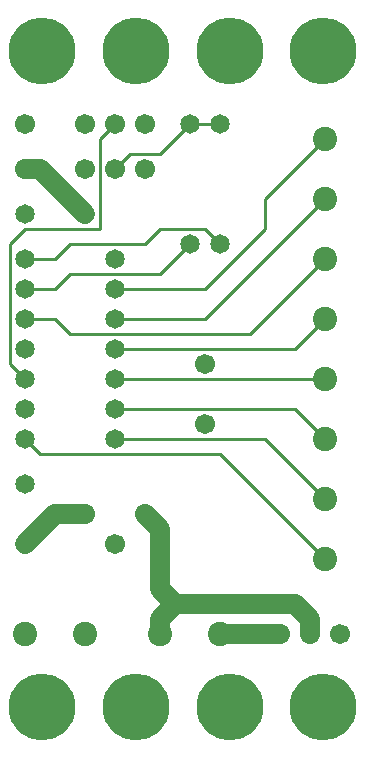
<source format=gbl>
%MOIN*%
%FSLAX25Y25*%
G04 D10 used for Character Trace; *
G04     Circle (OD=.01000) (No hole)*
G04 D11 used for Power Trace; *
G04     Circle (OD=.06700) (No hole)*
G04 D12 used for Signal Trace; *
G04     Circle (OD=.01100) (No hole)*
G04 D13 used for Via; *
G04     Circle (OD=.05800) (Round. Hole ID=.02800)*
G04 D14 used for Component hole; *
G04     Circle (OD=.06500) (Round. Hole ID=.03500)*
G04 D15 used for Component hole; *
G04     Circle (OD=.06700) (Round. Hole ID=.04300)*
G04 D16 used for Component hole; *
G04     Circle (OD=.08100) (Round. Hole ID=.05100)*
G04 D17 used for Component hole; *
G04     Circle (OD=.08900) (Round. Hole ID=.05900)*
G04 D18 used for Component hole; *
G04     Circle (OD=.11300) (Round. Hole ID=.08300)*
G04 D19 used for Component hole; *
G04     Circle (OD=.16000) (Round. Hole ID=.13000)*
G04 D20 used for Component hole; *
G04     Circle (OD=.18300) (Round. Hole ID=.15300)*
G04 D21 used for Component hole; *
G04     Circle (OD=.22291) (Round. Hole ID=.19291)*
%ADD10C,.01000*%
%ADD11C,.06700*%
%ADD12C,.01100*%
%ADD13C,.05800*%
%ADD14C,.06500*%
%ADD15C,.06700*%
%ADD16C,.08100*%
%ADD17C,.08900*%
%ADD18C,.11300*%
%ADD19C,.16000*%
%ADD20C,.18300*%
%ADD21C,.22291*%
%IPPOS*%
%LPD*%
G90*X0Y0D02*D21*X15625Y15625D03*D16*              
X30000Y40000D03*X10000D03*D21*X46875Y15625D03*D11*
X60000Y50000D02*X55000Y55000D01*Y45000D02*        
X60000Y50000D01*X55000Y40000D02*Y45000D01*D16*    
Y40000D03*D11*X60000Y50000D02*X100000D01*         
X105000Y45000D01*Y40000D01*D15*D03*X115000D03*    
X95000D03*D11*X75000D01*D16*D03*D11*              
X55000Y55000D02*Y75000D01*X50000Y80000D01*D15*D03*
X40000Y70000D03*X30000Y80000D03*D11*X20000D01*    
X10000Y70000D01*D14*D03*Y90000D03*D12*            
X15000Y100000D02*X75000D01*X110000Y65000D01*D16*  
D03*Y85000D03*D12*X90000Y105000D01*X40000D01*D14* 
D03*Y115000D03*D12*X100000D01*X110000Y105000D01*  
D16*D03*Y125000D03*D12*X40000D01*D14*D03*         
Y135000D03*D12*X100000D01*X110000Y145000D01*D16*  
D03*Y165000D03*D12*X85000Y140000D01*X25000D01*    
X20000Y145000D01*X10000D01*D14*D03*D12*Y155000D02*
X20000D01*D14*X10000D03*D12*Y165000D02*X20000D01* 
D14*X10000D03*D12*X5000Y130000D02*Y170000D01*     
X10000Y125000D02*X5000Y130000D01*D14*             
X10000Y125000D03*Y135000D03*Y115000D03*Y105000D03*
D12*X15000Y100000D01*D14*X40000Y145000D03*D12*    
X70000D01*X110000Y185000D01*D16*D03*Y205000D03*   
D12*X90000Y185000D01*Y175000D01*X70000Y155000D01* 
X40000D01*D14*D03*Y165000D03*D12*X20000D02*       
X25000Y170000D01*X20000Y155000D02*                
X25000Y160000D01*X55000D01*X65000Y170000D01*D14*  
D03*D12*X75000D02*X70000Y175000D01*D14*           
X75000Y170000D03*D12*X55000Y175000D02*X70000D01*  
X50000Y170000D02*X55000Y175000D01*                
X25000Y170000D02*X50000D01*D14*X30000Y180000D03*  
D11*X15000Y195000D01*X10000D01*D15*D03*Y210000D03*
D14*Y180000D03*D15*X30000Y195000D03*D12*          
X5000Y170000D02*X10000Y175000D01*X35000D01*       
Y205000D01*X40000Y210000D01*D15*D03*X50000D03*    
X30000D03*D12*X40000Y195000D02*X45000Y200000D01*  
D15*X40000Y195000D03*D12*X45000Y200000D02*        
X55000D01*X65000Y210000D01*D14*D03*D12*X75000D01* 
D14*D03*D21*X78125Y234375D03*D15*X50000Y195000D03*
D21*X46875Y234375D03*X109375D03*X15625D03*D15*    
X70000Y130000D03*Y110000D03*D21*X78125Y15625D03*  
X109375D03*M02*                                   

</source>
